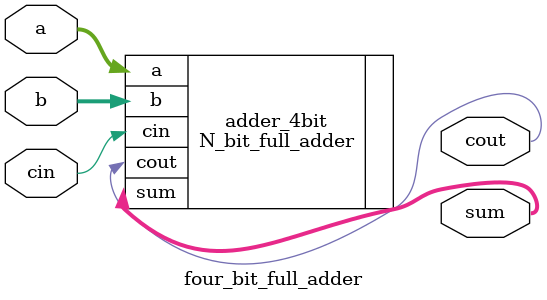
<source format=v>
/*
  4-bit Full Adder Wrapper Module
  -------------------------------

  Description:
    This module implements a 4-bit full adder using a parameterized gate-level 
    adder module `add`. It takes two 4-bit operands (`a` and `b`) and a 1-bit 
    carry-in (`cin`), and produces a 4-bit sum and a 1-bit carry-out.

  Design Method:
    Gate-level design, using a reusable adder module `N_bit_full_adder` with parameterizable bit width 4.

  Ports:
    Inputs:
      - a   : [3:0] 4-bit augend
      - b   : [3:0] 4-bit addend
      - cin :       1-bit carry-in
    Outputs:
      - sum  : [3:0] 4-bit result of a + b + cin
      - cout :       1-bit carry-out from the addition

*/


module four_bit_full_adder(
  input [3:0] a,
  input [3:0] b,
  input cin,
  output [3:0] sum,
  output cout
);

  N_bit_full_adder #(4) adder_4bit(
    .a(a),
    .b(b),
    .cin(cin),
    .sum(sum),
    .cout(cout)
  );
endmodule

</source>
